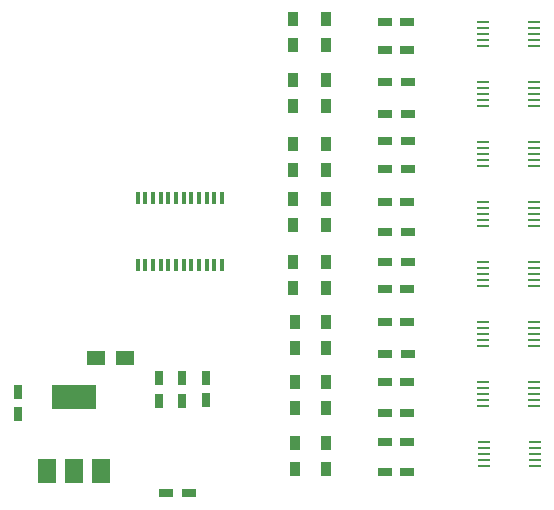
<source format=gbr>
G04 #@! TF.FileFunction,Paste,Top*
%FSLAX46Y46*%
G04 Gerber Fmt 4.6, Leading zero omitted, Abs format (unit mm)*
G04 Created by KiCad (PCBNEW 4.0.5) date Thursday, 11 May 2017 'PMt' 15:34:45*
%MOMM*%
%LPD*%
G01*
G04 APERTURE LIST*
%ADD10C,0.100000*%
%ADD11R,1.200000X0.750000*%
%ADD12R,0.750000X1.200000*%
%ADD13R,1.500000X1.250000*%
%ADD14R,0.900000X1.200000*%
%ADD15R,0.400000X1.100000*%
%ADD16R,1.100000X0.250000*%
%ADD17R,3.800000X2.000000*%
%ADD18R,1.500000X2.000000*%
G04 APERTURE END LIST*
D10*
D11*
X155000000Y-84100000D03*
X156900000Y-84100000D03*
X155021200Y-94183200D03*
X156921200Y-94183200D03*
X155021200Y-104394000D03*
X156921200Y-104394000D03*
X155000000Y-114600000D03*
X156900000Y-114600000D03*
X155000000Y-86500000D03*
X156900000Y-86500000D03*
X155021200Y-96520000D03*
X156921200Y-96520000D03*
X155000000Y-106680000D03*
X156900000Y-106680000D03*
X155000000Y-117200000D03*
X156900000Y-117200000D03*
X138400000Y-124000000D03*
X136500000Y-124000000D03*
X155021200Y-89204800D03*
X156921200Y-89204800D03*
X155000000Y-99314000D03*
X156900000Y-99314000D03*
X155000000Y-109474000D03*
X156900000Y-109474000D03*
X155000000Y-119684800D03*
X156900000Y-119684800D03*
D12*
X123900000Y-115400000D03*
X123900000Y-117300000D03*
D11*
X155021200Y-91846400D03*
X156921200Y-91846400D03*
X155021200Y-101904800D03*
X156921200Y-101904800D03*
X155021200Y-112200000D03*
X156921200Y-112200000D03*
X155000000Y-122200000D03*
X156900000Y-122200000D03*
D12*
X135830000Y-114240000D03*
X135830000Y-116140000D03*
X137830000Y-114240000D03*
X137830000Y-116140000D03*
X139830000Y-114200000D03*
X139830000Y-116100000D03*
D13*
X130530000Y-112540000D03*
X133030000Y-112540000D03*
D14*
X147200000Y-86000000D03*
X147200000Y-83800000D03*
X147200000Y-96600000D03*
X147200000Y-94400000D03*
X150000000Y-106600000D03*
X150000000Y-104400000D03*
X150000000Y-116800000D03*
X150000000Y-114600000D03*
X150000000Y-86000000D03*
X150000000Y-83800000D03*
X150000000Y-96600000D03*
X150000000Y-94400000D03*
X147200000Y-106600000D03*
X147200000Y-104400000D03*
X147400000Y-116800000D03*
X147400000Y-114600000D03*
X147200000Y-91200000D03*
X147200000Y-89000000D03*
X147200000Y-101260000D03*
X147200000Y-99060000D03*
X150000000Y-111700000D03*
X150000000Y-109500000D03*
X150000000Y-121900000D03*
X150000000Y-119700000D03*
X150000000Y-91200000D03*
X150000000Y-89000000D03*
X150000000Y-101260000D03*
X150000000Y-99060000D03*
X147400000Y-111700000D03*
X147400000Y-109500000D03*
X147400000Y-121900000D03*
X147400000Y-119700000D03*
D15*
X141200000Y-99000000D03*
X140550000Y-99000000D03*
X139900000Y-99000000D03*
X139250000Y-99000000D03*
X138600000Y-99000000D03*
X137950000Y-99000000D03*
X137300000Y-99000000D03*
X136650000Y-99000000D03*
X136000000Y-99000000D03*
X135350000Y-99000000D03*
X134700000Y-99000000D03*
X134050000Y-99000000D03*
X134050000Y-104700000D03*
X134700000Y-104700000D03*
X135350000Y-104700000D03*
X136000000Y-104700000D03*
X136650000Y-104700000D03*
X137300000Y-104700000D03*
X137950000Y-104700000D03*
X138600000Y-104700000D03*
X139250000Y-104700000D03*
X139900000Y-104700000D03*
X140550000Y-104700000D03*
X141200000Y-104700000D03*
D16*
X163340000Y-84090000D03*
X163340000Y-84590000D03*
X163340000Y-85090000D03*
X163340000Y-85590000D03*
X163340000Y-86090000D03*
X167640000Y-86090000D03*
X167640000Y-85590000D03*
X167640000Y-85090000D03*
X167640000Y-84590000D03*
X167640000Y-84090000D03*
X163340000Y-94250000D03*
X163340000Y-94750000D03*
X163340000Y-95250000D03*
X163340000Y-95750000D03*
X163340000Y-96250000D03*
X167640000Y-96250000D03*
X167640000Y-95750000D03*
X167640000Y-95250000D03*
X167640000Y-94750000D03*
X167640000Y-94250000D03*
X163340000Y-104410000D03*
X163340000Y-104910000D03*
X163340000Y-105410000D03*
X163340000Y-105910000D03*
X163340000Y-106410000D03*
X167640000Y-106410000D03*
X167640000Y-105910000D03*
X167640000Y-105410000D03*
X167640000Y-104910000D03*
X167640000Y-104410000D03*
X163340000Y-114570000D03*
X163340000Y-115070000D03*
X163340000Y-115570000D03*
X163340000Y-116070000D03*
X163340000Y-116570000D03*
X167640000Y-116570000D03*
X167640000Y-116070000D03*
X167640000Y-115570000D03*
X167640000Y-115070000D03*
X167640000Y-114570000D03*
D17*
X128650000Y-115840000D03*
D18*
X128650000Y-122140000D03*
X130950000Y-122140000D03*
X126350000Y-122140000D03*
D16*
X163340000Y-89170000D03*
X163340000Y-89670000D03*
X163340000Y-90170000D03*
X163340000Y-90670000D03*
X163340000Y-91170000D03*
X167640000Y-91170000D03*
X167640000Y-90670000D03*
X167640000Y-90170000D03*
X167640000Y-89670000D03*
X167640000Y-89170000D03*
X163340000Y-99330000D03*
X163340000Y-99830000D03*
X163340000Y-100330000D03*
X163340000Y-100830000D03*
X163340000Y-101330000D03*
X167640000Y-101330000D03*
X167640000Y-100830000D03*
X167640000Y-100330000D03*
X167640000Y-99830000D03*
X167640000Y-99330000D03*
X163340000Y-109490000D03*
X163340000Y-109990000D03*
X163340000Y-110490000D03*
X163340000Y-110990000D03*
X163340000Y-111490000D03*
X167640000Y-111490000D03*
X167640000Y-110990000D03*
X167640000Y-110490000D03*
X167640000Y-109990000D03*
X167640000Y-109490000D03*
X163365400Y-119650000D03*
X163365400Y-120150000D03*
X163365400Y-120650000D03*
X163365400Y-121150000D03*
X163365400Y-121650000D03*
X167665400Y-121650000D03*
X167665400Y-121150000D03*
X167665400Y-120650000D03*
X167665400Y-120150000D03*
X167665400Y-119650000D03*
M02*

</source>
